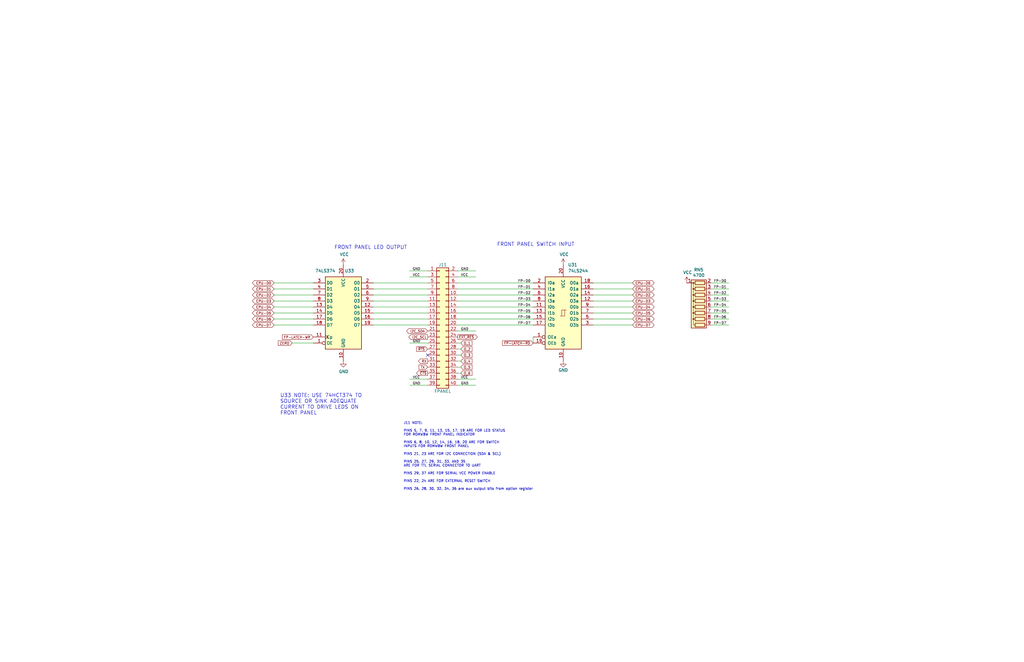
<source format=kicad_sch>
(kicad_sch (version 20211123) (generator eeschema)

  (uuid 2340b016-b90d-432d-884f-0e4647fe9b47)

  (paper "B")

  (title_block
    (title "Duodyne 65816 CPU board")
    (date "2024-06-22")
    (rev "V1.31")
  )

  (lib_symbols
    (symbol "74xx:74HCT374" (in_bom yes) (on_board yes)
      (property "Reference" "U" (id 0) (at -7.62 16.51 0)
        (effects (font (size 1.27 1.27)))
      )
      (property "Value" "74HCT374" (id 1) (at -7.62 -16.51 0)
        (effects (font (size 1.27 1.27)))
      )
      (property "Footprint" "" (id 2) (at 0 0 0)
        (effects (font (size 1.27 1.27)) hide)
      )
      (property "Datasheet" "https://www.ti.com/lit/ds/symlink/cd74hct374.pdf" (id 3) (at 0 0 0)
        (effects (font (size 1.27 1.27)) hide)
      )
      (property "ki_keywords" "HCTMOS DFF DFF8 REG 3State" (id 4) (at 0 0 0)
        (effects (font (size 1.27 1.27)) hide)
      )
      (property "ki_description" "8-bit Register, 3-state outputs" (id 5) (at 0 0 0)
        (effects (font (size 1.27 1.27)) hide)
      )
      (property "ki_fp_filters" "DIP?20* SOIC?20* SO?20*" (id 6) (at 0 0 0)
        (effects (font (size 1.27 1.27)) hide)
      )
      (symbol "74HCT374_1_0"
        (pin input inverted (at -12.7 -12.7 0) (length 5.08)
          (name "OE" (effects (font (size 1.27 1.27))))
          (number "1" (effects (font (size 1.27 1.27))))
        )
        (pin power_in line (at 0 -20.32 90) (length 5.08)
          (name "GND" (effects (font (size 1.27 1.27))))
          (number "10" (effects (font (size 1.27 1.27))))
        )
        (pin input clock (at -12.7 -10.16 0) (length 5.08)
          (name "Cp" (effects (font (size 1.27 1.27))))
          (number "11" (effects (font (size 1.27 1.27))))
        )
        (pin tri_state line (at 12.7 2.54 180) (length 5.08)
          (name "O4" (effects (font (size 1.27 1.27))))
          (number "12" (effects (font (size 1.27 1.27))))
        )
        (pin input line (at -12.7 2.54 0) (length 5.08)
          (name "D4" (effects (font (size 1.27 1.27))))
          (number "13" (effects (font (size 1.27 1.27))))
        )
        (pin input line (at -12.7 0 0) (length 5.08)
          (name "D5" (effects (font (size 1.27 1.27))))
          (number "14" (effects (font (size 1.27 1.27))))
        )
        (pin tri_state line (at 12.7 0 180) (length 5.08)
          (name "O5" (effects (font (size 1.27 1.27))))
          (number "15" (effects (font (size 1.27 1.27))))
        )
        (pin tri_state line (at 12.7 -2.54 180) (length 5.08)
          (name "O6" (effects (font (size 1.27 1.27))))
          (number "16" (effects (font (size 1.27 1.27))))
        )
        (pin input line (at -12.7 -2.54 0) (length 5.08)
          (name "D6" (effects (font (size 1.27 1.27))))
          (number "17" (effects (font (size 1.27 1.27))))
        )
        (pin input line (at -12.7 -5.08 0) (length 5.08)
          (name "D7" (effects (font (size 1.27 1.27))))
          (number "18" (effects (font (size 1.27 1.27))))
        )
        (pin tri_state line (at 12.7 -5.08 180) (length 5.08)
          (name "O7" (effects (font (size 1.27 1.27))))
          (number "19" (effects (font (size 1.27 1.27))))
        )
        (pin tri_state line (at 12.7 12.7 180) (length 5.08)
          (name "O0" (effects (font (size 1.27 1.27))))
          (number "2" (effects (font (size 1.27 1.27))))
        )
        (pin power_in line (at 0 20.32 270) (length 5.08)
          (name "VCC" (effects (font (size 1.27 1.27))))
          (number "20" (effects (font (size 1.27 1.27))))
        )
        (pin input line (at -12.7 12.7 0) (length 5.08)
          (name "D0" (effects (font (size 1.27 1.27))))
          (number "3" (effects (font (size 1.27 1.27))))
        )
        (pin input line (at -12.7 10.16 0) (length 5.08)
          (name "D1" (effects (font (size 1.27 1.27))))
          (number "4" (effects (font (size 1.27 1.27))))
        )
        (pin tri_state line (at 12.7 10.16 180) (length 5.08)
          (name "O1" (effects (font (size 1.27 1.27))))
          (number "5" (effects (font (size 1.27 1.27))))
        )
        (pin tri_state line (at 12.7 7.62 180) (length 5.08)
          (name "O2" (effects (font (size 1.27 1.27))))
          (number "6" (effects (font (size 1.27 1.27))))
        )
        (pin input line (at -12.7 7.62 0) (length 5.08)
          (name "D2" (effects (font (size 1.27 1.27))))
          (number "7" (effects (font (size 1.27 1.27))))
        )
        (pin input line (at -12.7 5.08 0) (length 5.08)
          (name "D3" (effects (font (size 1.27 1.27))))
          (number "8" (effects (font (size 1.27 1.27))))
        )
        (pin tri_state line (at 12.7 5.08 180) (length 5.08)
          (name "O3" (effects (font (size 1.27 1.27))))
          (number "9" (effects (font (size 1.27 1.27))))
        )
      )
      (symbol "74HCT374_1_1"
        (rectangle (start -7.62 15.24) (end 7.62 -15.24)
          (stroke (width 0.254) (type default) (color 0 0 0 0))
          (fill (type background))
        )
      )
    )
    (symbol "74xx:74LS244" (pin_names (offset 1.016)) (in_bom yes) (on_board yes)
      (property "Reference" "U" (id 0) (at -7.62 16.51 0)
        (effects (font (size 1.27 1.27)))
      )
      (property "Value" "74LS244" (id 1) (at -7.62 -16.51 0)
        (effects (font (size 1.27 1.27)))
      )
      (property "Footprint" "" (id 2) (at 0 0 0)
        (effects (font (size 1.27 1.27)) hide)
      )
      (property "Datasheet" "http://www.ti.com/lit/ds/symlink/sn74ls244.pdf" (id 3) (at 0 0 0)
        (effects (font (size 1.27 1.27)) hide)
      )
      (property "ki_keywords" "7400 logic ttl low power schottky" (id 4) (at 0 0 0)
        (effects (font (size 1.27 1.27)) hide)
      )
      (property "ki_description" "Octal Buffer and Line Driver With 3-State Output, active-low enables, non-inverting outputs" (id 5) (at 0 0 0)
        (effects (font (size 1.27 1.27)) hide)
      )
      (property "ki_fp_filters" "DIP?20*" (id 6) (at 0 0 0)
        (effects (font (size 1.27 1.27)) hide)
      )
      (symbol "74LS244_1_0"
        (polyline
          (pts
            (xy -0.635 -1.27)
            (xy -0.635 1.27)
            (xy 0.635 1.27)
          )
          (stroke (width 0) (type default) (color 0 0 0 0))
          (fill (type none))
        )
        (polyline
          (pts
            (xy -1.27 -1.27)
            (xy 0.635 -1.27)
            (xy 0.635 1.27)
            (xy 1.27 1.27)
          )
          (stroke (width 0) (type default) (color 0 0 0 0))
          (fill (type none))
        )
        (pin input inverted (at -12.7 -10.16 0) (length 5.08)
          (name "OEa" (effects (font (size 1.27 1.27))))
          (number "1" (effects (font (size 1.27 1.27))))
        )
        (pin power_in line (at 0 -20.32 90) (length 5.08)
          (name "GND" (effects (font (size 1.27 1.27))))
          (number "10" (effects (font (size 1.27 1.27))))
        )
        (pin input line (at -12.7 2.54 0) (length 5.08)
          (name "I0b" (effects (font (size 1.27 1.27))))
          (number "11" (effects (font (size 1.27 1.27))))
        )
        (pin tri_state line (at 12.7 5.08 180) (length 5.08)
          (name "O3a" (effects (font (size 1.27 1.27))))
          (number "12" (effects (font (size 1.27 1.27))))
        )
        (pin input line (at -12.7 0 0) (length 5.08)
          (name "I1b" (effects (font (size 1.27 1.27))))
          (number "13" (effects (font (size 1.27 1.27))))
        )
        (pin tri_state line (at 12.7 7.62 180) (length 5.08)
          (name "O2a" (effects (font (size 1.27 1.27))))
          (number "14" (effects (font (size 1.27 1.27))))
        )
        (pin input line (at -12.7 -2.54 0) (length 5.08)
          (name "I2b" (effects (font (size 1.27 1.27))))
          (number "15" (effects (font (size 1.27 1.27))))
        )
        (pin tri_state line (at 12.7 10.16 180) (length 5.08)
          (name "O1a" (effects (font (size 1.27 1.27))))
          (number "16" (effects (font (size 1.27 1.27))))
        )
        (pin input line (at -12.7 -5.08 0) (length 5.08)
          (name "I3b" (effects (font (size 1.27 1.27))))
          (number "17" (effects (font (size 1.27 1.27))))
        )
        (pin tri_state line (at 12.7 12.7 180) (length 5.08)
          (name "O0a" (effects (font (size 1.27 1.27))))
          (number "18" (effects (font (size 1.27 1.27))))
        )
        (pin input inverted (at -12.7 -12.7 0) (length 5.08)
          (name "OEb" (effects (font (size 1.27 1.27))))
          (number "19" (effects (font (size 1.27 1.27))))
        )
        (pin input line (at -12.7 12.7 0) (length 5.08)
          (name "I0a" (effects (font (size 1.27 1.27))))
          (number "2" (effects (font (size 1.27 1.27))))
        )
        (pin power_in line (at 0 20.32 270) (length 5.08)
          (name "VCC" (effects (font (size 1.27 1.27))))
          (number "20" (effects (font (size 1.27 1.27))))
        )
        (pin tri_state line (at 12.7 -5.08 180) (length 5.08)
          (name "O3b" (effects (font (size 1.27 1.27))))
          (number "3" (effects (font (size 1.27 1.27))))
        )
        (pin input line (at -12.7 10.16 0) (length 5.08)
          (name "I1a" (effects (font (size 1.27 1.27))))
          (number "4" (effects (font (size 1.27 1.27))))
        )
        (pin tri_state line (at 12.7 -2.54 180) (length 5.08)
          (name "O2b" (effects (font (size 1.27 1.27))))
          (number "5" (effects (font (size 1.27 1.27))))
        )
        (pin input line (at -12.7 7.62 0) (length 5.08)
          (name "I2a" (effects (font (size 1.27 1.27))))
          (number "6" (effects (font (size 1.27 1.27))))
        )
        (pin tri_state line (at 12.7 0 180) (length 5.08)
          (name "O1b" (effects (font (size 1.27 1.27))))
          (number "7" (effects (font (size 1.27 1.27))))
        )
        (pin input line (at -12.7 5.08 0) (length 5.08)
          (name "I3a" (effects (font (size 1.27 1.27))))
          (number "8" (effects (font (size 1.27 1.27))))
        )
        (pin tri_state line (at 12.7 2.54 180) (length 5.08)
          (name "O0b" (effects (font (size 1.27 1.27))))
          (number "9" (effects (font (size 1.27 1.27))))
        )
      )
      (symbol "74LS244_1_1"
        (rectangle (start -7.62 15.24) (end 7.62 -15.24)
          (stroke (width 0.254) (type default) (color 0 0 0 0))
          (fill (type background))
        )
      )
    )
    (symbol "Connector_Generic:Conn_02x20_Odd_Even" (pin_names (offset 1.016) hide) (in_bom yes) (on_board yes)
      (property "Reference" "J" (id 0) (at 1.27 25.4 0)
        (effects (font (size 1.27 1.27)))
      )
      (property "Value" "Conn_02x20_Odd_Even" (id 1) (at 1.27 -27.94 0)
        (effects (font (size 1.27 1.27)))
      )
      (property "Footprint" "" (id 2) (at 0 0 0)
        (effects (font (size 1.27 1.27)) hide)
      )
      (property "Datasheet" "~" (id 3) (at 0 0 0)
        (effects (font (size 1.27 1.27)) hide)
      )
      (property "ki_keywords" "connector" (id 4) (at 0 0 0)
        (effects (font (size 1.27 1.27)) hide)
      )
      (property "ki_description" "Generic connector, double row, 02x20, odd/even pin numbering scheme (row 1 odd numbers, row 2 even numbers), script generated (kicad-library-utils/schlib/autogen/connector/)" (id 5) (at 0 0 0)
        (effects (font (size 1.27 1.27)) hide)
      )
      (property "ki_fp_filters" "Connector*:*_2x??_*" (id 6) (at 0 0 0)
        (effects (font (size 1.27 1.27)) hide)
      )
      (symbol "Conn_02x20_Odd_Even_1_1"
        (rectangle (start -1.27 -25.273) (end 0 -25.527)
          (stroke (width 0.1524) (type default) (color 0 0 0 0))
          (fill (type none))
        )
        (rectangle (start -1.27 -22.733) (end 0 -22.987)
          (stroke (width 0.1524) (type default) (color 0 0 0 0))
          (fill (type none))
        )
        (rectangle (start -1.27 -20.193) (end 0 -20.447)
          (stroke (width 0.1524) (type default) (color 0 0 0 0))
          (fill (type none))
        )
        (rectangle (start -1.27 -17.653) (end 0 -17.907)
          (stroke (width 0.1524) (type default) (color 0 0 0 0))
          (fill (type none))
        )
        (rectangle (start -1.27 -15.113) (end 0 -15.367)
          (stroke (width 0.1524) (type default) (color 0 0 0 0))
          (fill (type none))
        )
        (rectangle (start -1.27 -12.573) (end 0 -12.827)
          (stroke (width 0.1524) (type default) (color 0 0 0 0))
          (fill (type none))
        )
        (rectangle (start -1.27 -10.033) (end 0 -10.287)
          (stroke (width 0.1524) (type default) (color 0 0 0 0))
          (fill (type none))
        )
        (rectangle (start -1.27 -7.493) (end 0 -7.747)
          (stroke (width 0.1524) (type default) (color 0 0 0 0))
          (fill (type none))
        )
        (rectangle (start -1.27 -4.953) (end 0 -5.207)
          (stroke (width 0.1524) (type default) (color 0 0 0 0))
          (fill (type none))
        )
        (rectangle (start -1.27 -2.413) (end 0 -2.667)
          (stroke (width 0.1524) (type default) (color 0 0 0 0))
          (fill (type none))
        )
        (rectangle (start -1.27 0.127) (end 0 -0.127)
          (stroke (width 0.1524) (type default) (color 0 0 0 0))
          (fill (type none))
        )
        (rectangle (start -1.27 2.667) (end 0 2.413)
          (stroke (width 0.1524) (type default) (color 0 0 0 0))
          (fill (type none))
        )
        (rectangle (start -1.27 5.207) (end 0 4.953)
          (stroke (width 0.1524) (type default) (color 0 0 0 0))
          (fill (type none))
        )
        (rectangle (start -1.27 7.747) (end 0 7.493)
          (stroke (width 0.1524) (type default) (color 0 0 0 0))
          (fill (type none))
        )
        (rectangle (start -1.27 10.287) (end 0 10.033)
          (stroke (width 0.1524) (type default) (color 0 0 0 0))
          (fill (type none))
        )
        (rectangle (start -1.27 12.827) (end 0 12.573)
          (stroke (width 0.1524) (type default) (color 0 0 0 0))
          (fill (type none))
        )
        (rectangle (start -1.27 15.367) (end 0 15.113)
          (stroke (width 0.1524) (type default) (color 0 0 0 0))
          (fill (type none))
        )
        (rectangle (start -1.27 17.907) (end 0 17.653)
          (stroke (width 0.1524) (type default) (color 0 0 0 0))
          (fill (type none))
        )
        (rectangle (start -1.27 20.447) (end 0 20.193)
          (stroke (width 0.1524) (type default) (color 0 0 0 0))
          (fill (type none))
        )
        (rectangle (start -1.27 22.987) (end 0 22.733)
          (stroke (width 0.1524) (type default) (color 0 0 0 0))
          (fill (type none))
        )
        (rectangle (start -1.27 24.13) (end 3.81 -26.67)
          (stroke (width 0.254) (type default) (color 0 0 0 0))
          (fill (type background))
        )
        (rectangle (start 3.81 -25.273) (end 2.54 -25.527)
          (stroke (width 0.1524) (type default) (color 0 0 0 0))
          (fill (type none))
        )
        (rectangle (start 3.81 -22.733) (end 2.54 -22.987)
          (stroke (width 0.1524) (type default) (color 0 0 0 0))
          (fill (type none))
        )
        (rectangle (start 3.81 -20.193) (end 2.54 -20.447)
          (stroke (width 0.1524) (type default) (color 0 0 0 0))
          (fill (type none))
        )
        (rectangle (start 3.81 -17.653) (end 2.54 -17.907)
          (stroke (width 0.1524) (type default) (color 0 0 0 0))
          (fill (type none))
        )
        (rectangle (start 3.81 -15.113) (end 2.54 -15.367)
          (stroke (width 0.1524) (type default) (color 0 0 0 0))
          (fill (type none))
        )
        (rectangle (start 3.81 -12.573) (end 2.54 -12.827)
          (stroke (width 0.1524) (type default) (color 0 0 0 0))
          (fill (type none))
        )
        (rectangle (start 3.81 -10.033) (end 2.54 -10.287)
          (stroke (width 0.1524) (type default) (color 0 0 0 0))
          (fill (type none))
        )
        (rectangle (start 3.81 -7.493) (end 2.54 -7.747)
          (stroke (width 0.1524) (type default) (color 0 0 0 0))
          (fill (type none))
        )
        (rectangle (start 3.81 -4.953) (end 2.54 -5.207)
          (stroke (width 0.1524) (type default) (color 0 0 0 0))
          (fill (type none))
        )
        (rectangle (start 3.81 -2.413) (end 2.54 -2.667)
          (stroke (width 0.1524) (type default) (color 0 0 0 0))
          (fill (type none))
        )
        (rectangle (start 3.81 0.127) (end 2.54 -0.127)
          (stroke (width 0.1524) (type default) (color 0 0 0 0))
          (fill (type none))
        )
        (rectangle (start 3.81 2.667) (end 2.54 2.413)
          (stroke (width 0.1524) (type default) (color 0 0 0 0))
          (fill (type none))
        )
        (rectangle (start 3.81 5.207) (end 2.54 4.953)
          (stroke (width 0.1524) (type default) (color 0 0 0 0))
          (fill (type none))
        )
        (rectangle (start 3.81 7.747) (end 2.54 7.493)
          (stroke (width 0.1524) (type default) (color 0 0 0 0))
          (fill (type none))
        )
        (rectangle (start 3.81 10.287) (end 2.54 10.033)
          (stroke (width 0.1524) (type default) (color 0 0 0 0))
          (fill (type none))
        )
        (rectangle (start 3.81 12.827) (end 2.54 12.573)
          (stroke (width 0.1524) (type default) (color 0 0 0 0))
          (fill (type none))
        )
        (rectangle (start 3.81 15.367) (end 2.54 15.113)
          (stroke (width 0.1524) (type default) (color 0 0 0 0))
          (fill (type none))
        )
        (rectangle (start 3.81 17.907) (end 2.54 17.653)
          (stroke (width 0.1524) (type default) (color 0 0 0 0))
          (fill (type none))
        )
        (rectangle (start 3.81 20.447) (end 2.54 20.193)
          (stroke (width 0.1524) (type default) (color 0 0 0 0))
          (fill (type none))
        )
        (rectangle (start 3.81 22.987) (end 2.54 22.733)
          (stroke (width 0.1524) (type default) (color 0 0 0 0))
          (fill (type none))
        )
        (pin passive line (at -5.08 22.86 0) (length 3.81)
          (name "Pin_1" (effects (font (size 1.27 1.27))))
          (number "1" (effects (font (size 1.27 1.27))))
        )
        (pin passive line (at 7.62 12.7 180) (length 3.81)
          (name "Pin_10" (effects (font (size 1.27 1.27))))
          (number "10" (effects (font (size 1.27 1.27))))
        )
        (pin passive line (at -5.08 10.16 0) (length 3.81)
          (name "Pin_11" (effects (font (size 1.27 1.27))))
          (number "11" (effects (font (size 1.27 1.27))))
        )
        (pin passive line (at 7.62 10.16 180) (length 3.81)
          (name "Pin_12" (effects (font (size 1.27 1.27))))
          (number "12" (effects (font (size 1.27 1.27))))
        )
        (pin passive line (at -5.08 7.62 0) (length 3.81)
          (name "Pin_13" (effects (font (size 1.27 1.27))))
          (number "13" (effects (font (size 1.27 1.27))))
        )
        (pin passive line (at 7.62 7.62 180) (length 3.81)
          (name "Pin_14" (effects (font (size 1.27 1.27))))
          (number "14" (effects (font (size 1.27 1.27))))
        )
        (pin passive line (at -5.08 5.08 0) (length 3.81)
          (name "Pin_15" (effects (font (size 1.27 1.27))))
          (number "15" (effects (font (size 1.27 1.27))))
        )
        (pin passive line (at 7.62 5.08 180) (length 3.81)
          (name "Pin_16" (effects (font (size 1.27 1.27))))
          (number "16" (effects (font (size 1.27 1.27))))
        )
        (pin passive line (at -5.08 2.54 0) (length 3.81)
          (name "Pin_17" (effects (font (size 1.27 1.27))))
          (number "17" (effects (font (size 1.27 1.27))))
        )
        (pin passive line (at 7.62 2.54 180) (length 3.81)
          (name "Pin_18" (effects (font (size 1.27 1.27))))
          (number "18" (effects (font (size 1.27 1.27))))
        )
        (pin passive line (at -5.08 0 0) (length 3.81)
          (name "Pin_19" (effects (font (size 1.27 1.27))))
          (number "19" (effects (font (size 1.27 1.27))))
        )
        (pin passive line (at 7.62 22.86 180) (length 3.81)
          (name "Pin_2" (effects (font (size 1.27 1.27))))
          (number "2" (effects (font (size 1.27 1.27))))
        )
        (pin passive line (at 7.62 0 180) (length 3.81)
          (name "Pin_20" (effects (font (size 1.27 1.27))))
          (number "20" (effects (font (size 1.27 1.27))))
        )
        (pin passive line (at -5.08 -2.54 0) (length 3.81)
          (name "Pin_21" (effects (font (size 1.27 1.27))))
          (number "21" (effects (font (size 1.27 1.27))))
        )
        (pin passive line (at 7.62 -2.54 180) (length 3.81)
          (name "Pin_22" (effects (font (size 1.27 1.27))))
          (number "22" (effects (font (size 1.27 1.27))))
        )
        (pin passive line (at -5.08 -5.08 0) (length 3.81)
          (name "Pin_23" (effects (font (size 1.27 1.27))))
          (number "23" (effects (font (size 1.27 1.27))))
        )
        (pin passive line (at 7.62 -5.08 180) (length 3.81)
          (name "Pin_24" (effects (font (size 1.27 1.27))))
          (number "24" (effects (font (size 1.27 1.27))))
        )
        (pin passive line (at -5.08 -7.62 0) (length 3.81)
          (name "Pin_25" (effects (font (size 1.27 1.27))))
          (number "25" (effects (font (size 1.27 1.27))))
        )
        (pin passive line (at 7.62 -7.62 180) (length 3.81)
          (name "Pin_26" (effects (font (size 1.27 1.27))))
          (number "26" (effects (font (size 1.27 1.27))))
        )
        (pin passive line (at -5.08 -10.16 0) (length 3.81)
          (name "Pin_27" (effects (font (size 1.27 1.27))))
          (number "27" (effects (font (size 1.27 1.27))))
        )
        (pin passive line (at 7.62 -10.16 180) (length 3.81)
          (name "Pin_28" (effects (font (size 1.27 1.27))))
          (number "28" (effects (font (size 1.27 1.27))))
        )
        (pin passive line (at -5.08 -12.7 0) (length 3.81)
          (name "Pin_29" (effects (font (size 1.27 1.27))))
          (number "29" (effects (font (size 1.27 1.27))))
        )
        (pin passive line (at -5.08 20.32 0) (length 3.81)
          (name "Pin_3" (effects (font (size 1.27 1.27))))
          (number "3" (effects (font (size 1.27 1.27))))
        )
        (pin passive line (at 7.62 -12.7 180) (length 3.81)
          (name "Pin_30" (effects (font (size 1.27 1.27))))
          (number "30" (effects (font (size 1.27 1.27))))
        )
        (pin passive line (at -5.08 -15.24 0) (length 3.81)
          (name "Pin_31" (effects (font (size 1.27 1.27))))
          (number "31" (effects (font (size 1.27 1.27))))
        )
        (pin passive line (at 7.62 -15.24 180) (length 3.81)
          (name "Pin_32" (effects (font (size 1.27 1.27))))
          (number "32" (effects (font (size 1.27 1.27))))
        )
        (pin passive line (at -5.08 -17.78 0) (length 3.81)
          (name "Pin_33" (effects (font (size 1.27 1.27))))
          (number "33" (effects (font (size 1.27 1.27))))
        )
        (pin passive line (at 7.62 -17.78 180) (length 3.81)
          (name "Pin_34" (effects (font (size 1.27 1.27))))
          (number "34" (effects (font (size 1.27 1.27))))
        )
        (pin passive line (at -5.08 -20.32 0) (length 3.81)
          (name "Pin_35" (effects (font (size 1.27 1.27))))
          (number "35" (effects (font (size 1.27 1.27))))
        )
        (pin passive line (at 7.62 -20.32 180) (length 3.81)
          (name "Pin_36" (effects (font (size 1.27 1.27))))
          (number "36" (effects (font (size 1.27 1.27))))
        )
        (pin passive line (at -5.08 -22.86 0) (length 3.81)
          (name "Pin_37" (effects (font (size 1.27 1.27))))
          (number "37" (effects (font (size 1.27 1.27))))
        )
        (pin passive line (at 7.62 -22.86 180) (length 3.81)
          (name "Pin_38" (effects (font (size 1.27 1.27))))
          (number "38" (effects (font (size 1.27 1.27))))
        )
        (pin passive line (at -5.08 -25.4 0) (length 3.81)
          (name "Pin_39" (effects (font (size 1.27 1.27))))
          (number "39" (effects (font (size 1.27 1.27))))
        )
        (pin passive line (at 7.62 20.32 180) (length 3.81)
          (name "Pin_4" (effects (font (size 1.27 1.27))))
          (number "4" (effects (font (size 1.27 1.27))))
        )
        (pin passive line (at 7.62 -25.4 180) (length 3.81)
          (name "Pin_40" (effects (font (size 1.27 1.27))))
          (number "40" (effects (font (size 1.27 1.27))))
        )
        (pin passive line (at -5.08 17.78 0) (length 3.81)
          (name "Pin_5" (effects (font (size 1.27 1.27))))
          (number "5" (effects (font (size 1.27 1.27))))
        )
        (pin passive line (at 7.62 17.78 180) (length 3.81)
          (name "Pin_6" (effects (font (size 1.27 1.27))))
          (number "6" (effects (font (size 1.27 1.27))))
        )
        (pin passive line (at -5.08 15.24 0) (length 3.81)
          (name "Pin_7" (effects (font (size 1.27 1.27))))
          (number "7" (effects (font (size 1.27 1.27))))
        )
        (pin passive line (at 7.62 15.24 180) (length 3.81)
          (name "Pin_8" (effects (font (size 1.27 1.27))))
          (number "8" (effects (font (size 1.27 1.27))))
        )
        (pin passive line (at -5.08 12.7 0) (length 3.81)
          (name "Pin_9" (effects (font (size 1.27 1.27))))
          (number "9" (effects (font (size 1.27 1.27))))
        )
      )
    )
    (symbol "Device:R_Network08" (pin_names (offset 0) hide) (in_bom yes) (on_board yes)
      (property "Reference" "RN" (id 0) (at -12.7 0 90)
        (effects (font (size 1.27 1.27)))
      )
      (property "Value" "R_Network08" (id 1) (at 10.16 0 90)
        (effects (font (size 1.27 1.27)))
      )
      (property "Footprint" "Resistor_THT:R_Array_SIP9" (id 2) (at 12.065 0 90)
        (effects (font (size 1.27 1.27)) hide)
      )
      (property "Datasheet" "http://www.vishay.com/docs/31509/csc.pdf" (id 3) (at 0 0 0)
        (effects (font (size 1.27 1.27)) hide)
      )
      (property "ki_keywords" "R network star-topology" (id 4) (at 0 0 0)
        (effects (font (size 1.27 1.27)) hide)
      )
      (property "ki_description" "8 resistor network, star topology, bussed resistors, small symbol" (id 5) (at 0 0 0)
        (effects (font (size 1.27 1.27)) hide)
      )
      (property "ki_fp_filters" "R?Array?SIP*" (id 6) (at 0 0 0)
        (effects (font (size 1.27 1.27)) hide)
      )
      (symbol "R_Network08_0_1"
        (rectangle (start -11.43 -3.175) (end 8.89 3.175)
          (stroke (width 0.254) (type default) (color 0 0 0 0))
          (fill (type background))
        )
        (rectangle (start -10.922 1.524) (end -9.398 -2.54)
          (stroke (width 0.254) (type default) (color 0 0 0 0))
          (fill (type none))
        )
        (circle (center -10.16 2.286) (radius 0.254)
          (stroke (width 0) (type default) (color 0 0 0 0))
          (fill (type outline))
        )
        (rectangle (start -8.382 1.524) (end -6.858 -2.54)
          (stroke (width 0.254) (type default) (color 0 0 0 0))
          (fill (type none))
        )
        (circle (center -7.62 2.286) (radius 0.254)
          (stroke (width 0) (type default) (color 0 0 0 0))
          (fill (type outline))
        )
        (rectangle (start -5.842 1.524) (end -4.318 -2.54)
          (stroke (width 0.254) (type default) (color 0 0 0 0))
          (fill (type none))
        )
        (circle (center -5.08 2.286) (radius 0.254)
          (stroke (width 0) (type default) (color 0 0 0 0))
          (fill (type outline))
        )
        (rectangle (start -3.302 1.524) (end -1.778 -2.54)
          (stroke (width 0.254) (type default) (color 0 0 0 0))
          (fill (type none))
        )
        (circle (center -2.54 2.286) (radius 0.254)
          (stroke (width 0) (type default) (color 0 0 0 0))
          (fill (type outline))
        )
        (rectangle (start -0.762 1.524) (end 0.762 -2.54)
          (stroke (width 0.254) (type default) (color 0 0 0 0))
          (fill (type none))
        )
        (polyline
          (pts
            (xy -10.16 -2.54)
            (xy -10.16 -3.81)
          )
          (stroke (width 0) (type default) (color 0 0 0 0))
          (fill (type none))
        )
        (polyline
          (pts
            (xy -7.62 -2.54)
            (xy -7.62 -3.81)
          )
          (stroke (width 0) (type default) (color 0 0 0 0))
          (fill (type none))
        )
        (polyline
          (pts
            (xy -5.08 -2.54)
            (xy -5.08 -3.81)
          )
          (stroke (width 0) (type default) (color 0 0 0 0))
          (fill (type none))
        )
        (polyline
          (pts
            (xy -2.54 -2.54)
            (xy -2.54 -3.81)
          )
          (stroke (width 0) (type default) (color 0 0 0 0))
          (fill (type none))
        )
        (polyline
          (pts
            (xy 0 -2.54)
            (xy 0 -3.81)
          )
          (stroke (width 0) (type default) (color 0 0 0 0))
          (fill (type none))
        )
        (polyline
          (pts
            (xy 2.54 -2.54)
            (xy 2.54 -3.81)
          )
          (stroke (width 0) (type default) (color 0 0 0 0))
          (fill (type none))
        )
        (polyline
          (pts
            (xy 5.08 -2.54)
            (xy 5.08 -3.81)
          )
          (stroke (width 0) (type default) (color 0 0 0 0))
          (fill (type none))
        )
        (polyline
          (pts
            (xy 7.62 -2.54)
            (xy 7.62 -3.81)
          )
          (stroke (width 0) (type default) (color 0 0 0 0))
          (fill (type none))
        )
        (polyline
          (pts
            (xy -10.16 1.524)
            (xy -10.16 2.286)
            (xy -7.62 2.286)
            (xy -7.62 1.524)
          )
          (stroke (width 0) (type default) (color 0 0 0 0))
          (fill (type none))
        )
        (polyline
          (pts
            (xy -7.62 1.524)
            (xy -7.62 2.286)
            (xy -5.08 2.286)
            (xy -5.08 1.524)
          )
          (stroke (width 0) (type default) (color 0 0 0 0))
          (fill (type none))
        )
        (polyline
          (pts
            (xy -5.08 1.524)
            (xy -5.08 2.286)
            (xy -2.54 2.286)
            (xy -2.54 1.524)
          )
          (stroke (width 0) (type default) (color 0 0 0 0))
          (fill (type none))
        )
        (polyline
          (pts
            (xy -2.54 1.524)
            (xy -2.54 2.286)
            (xy 0 2.286)
            (xy 0 1.524)
          )
          (stroke (width 0) (type default) (color 0 0 0 0))
          (fill (type none))
        )
        (polyline
          (pts
            (xy 0 1.524)
            (xy 0 2.286)
            (xy 2.54 2.286)
            (xy 2.54 1.524)
          )
          (stroke (width 0) (type default) (color 0 0 0 0))
          (fill (type none))
        )
        (polyline
          (pts
            (xy 2.54 1.524)
            (xy 2.54 2.286)
            (xy 5.08 2.286)
            (xy 5.08 1.524)
          )
          (stroke (width 0) (type default) (color 0 0 0 0))
          (fill (type none))
        )
        (polyline
          (pts
            (xy 5.08 1.524)
            (xy 5.08 2.286)
            (xy 7.62 2.286)
            (xy 7.62 1.524)
          )
          (stroke (width 0) (type default) (color 0 0 0 0))
          (fill (type none))
        )
        (circle (center 0 2.286) (radius 0.254)
          (stroke (width 0) (type default) (color 0 0 0 0))
          (fill (type outline))
        )
        (rectangle (start 1.778 1.524) (end 3.302 -2.54)
          (stroke (width 0.254) (type default) (color 0 0 0 0))
          (fill (type none))
        )
        (circle (center 2.54 2.286) (radius 0.254)
          (stroke (width 0) (type default) (color 0 0 0 0))
          (fill (type outline))
        )
        (rectangle (start 4.318 1.524) (end 5.842 -2.54)
          (stroke (width 0.254) (type default) (color 0 0 0 0))
          (fill (type none))
        )
        (circle (center 5.08 2.286) (radius 0.254)
          (stroke (width 0) (type default) (color 0 0 0 0))
          (fill (type outline))
        )
        (rectangle (start 6.858 1.524) (end 8.382 -2.54)
          (stroke (width 0.254) (type default) (color 0 0 0 0))
          (fill (type none))
        )
      )
      (symbol "R_Network08_1_1"
        (pin passive line (at -10.16 5.08 270) (length 2.54)
          (name "common" (effects (font (size 1.27 1.27))))
          (number "1" (effects (font (size 1.27 1.27))))
        )
        (pin passive line (at -10.16 -5.08 90) (length 1.27)
          (name "R1" (effects (font (size 1.27 1.27))))
          (number "2" (effects (font (size 1.27 1.27))))
        )
        (pin passive line (at -7.62 -5.08 90) (length 1.27)
          (name "R2" (effects (font (size 1.27 1.27))))
          (number "3" (effects (font (size 1.27 1.27))))
        )
        (pin passive line (at -5.08 -5.08 90) (length 1.27)
          (name "R3" (effects (font (size 1.27 1.27))))
          (number "4" (effects (font (size 1.27 1.27))))
        )
        (pin passive line (at -2.54 -5.08 90) (length 1.27)
          (name "R4" (effects (font (size 1.27 1.27))))
          (number "5" (effects (font (size 1.27 1.27))))
        )
        (pin passive line (at 0 -5.08 90) (length 1.27)
          (name "R5" (effects (font (size 1.27 1.27))))
          (number "6" (effects (font (size 1.27 1.27))))
        )
        (pin passive line (at 2.54 -5.08 90) (length 1.27)
          (name "R6" (effects (font (size 1.27 1.27))))
          (number "7" (effects (font (size 1.27 1.27))))
        )
        (pin passive line (at 5.08 -5.08 90) (length 1.27)
          (name "R7" (effects (font (size 1.27 1.27))))
          (number "8" (effects (font (size 1.27 1.27))))
        )
        (pin passive line (at 7.62 -5.08 90) (length 1.27)
          (name "R8" (effects (font (size 1.27 1.27))))
          (number "9" (effects (font (size 1.27 1.27))))
        )
      )
    )
    (symbol "power:GND" (power) (pin_names (offset 0)) (in_bom yes) (on_board yes)
      (property "Reference" "#PWR" (id 0) (at 0 -6.35 0)
        (effects (font (size 1.27 1.27)) hide)
      )
      (property "Value" "GND" (id 1) (at 0 -3.81 0)
        (effects (font (size 1.27 1.27)))
      )
      (property "Footprint" "" (id 2) (at 0 0 0)
        (effects (font (size 1.27 1.27)) hide)
      )
      (property "Datasheet" "" (id 3) (at 0 0 0)
        (effects (font (size 1.27 1.27)) hide)
      )
      (property "ki_keywords" "global power" (id 4) (at 0 0 0)
        (effects (font (size 1.27 1.27)) hide)
      )
      (property "ki_description" "Power symbol creates a global label with name \"GND\" , ground" (id 5) (at 0 0 0)
        (effects (font (size 1.27 1.27)) hide)
      )
      (symbol "GND_0_1"
        (polyline
          (pts
            (xy 0 0)
            (xy 0 -1.27)
            (xy 1.27 -1.27)
            (xy 0 -2.54)
            (xy -1.27 -1.27)
            (xy 0 -1.27)
          )
          (stroke (width 0) (type default) (color 0 0 0 0))
          (fill (type none))
        )
      )
      (symbol "GND_1_1"
        (pin power_in line (at 0 0 270) (length 0) hide
          (name "GND" (effects (font (size 1.27 1.27))))
          (number "1" (effects (font (size 1.27 1.27))))
        )
      )
    )
    (symbol "power:VCC" (power) (pin_names (offset 0)) (in_bom yes) (on_board yes)
      (property "Reference" "#PWR" (id 0) (at 0 -3.81 0)
        (effects (font (size 1.27 1.27)) hide)
      )
      (property "Value" "VCC" (id 1) (at 0 3.81 0)
        (effects (font (size 1.27 1.27)))
      )
      (property "Footprint" "" (id 2) (at 0 0 0)
        (effects (font (size 1.27 1.27)) hide)
      )
      (property "Datasheet" "" (id 3) (at 0 0 0)
        (effects (font (size 1.27 1.27)) hide)
      )
      (property "ki_keywords" "global power" (id 4) (at 0 0 0)
        (effects (font (size 1.27 1.27)) hide)
      )
      (property "ki_description" "Power symbol creates a global label with name \"VCC\"" (id 5) (at 0 0 0)
        (effects (font (size 1.27 1.27)) hide)
      )
      (symbol "VCC_0_1"
        (polyline
          (pts
            (xy -0.762 1.27)
            (xy 0 2.54)
          )
          (stroke (width 0) (type default) (color 0 0 0 0))
          (fill (type none))
        )
        (polyline
          (pts
            (xy 0 0)
            (xy 0 2.54)
          )
          (stroke (width 0) (type default) (color 0 0 0 0))
          (fill (type none))
        )
        (polyline
          (pts
            (xy 0 2.54)
            (xy 0.762 1.27)
          )
          (stroke (width 0) (type default) (color 0 0 0 0))
          (fill (type none))
        )
      )
      (symbol "VCC_1_1"
        (pin power_in line (at 0 0 90) (length 0) hide
          (name "VCC" (effects (font (size 1.27 1.27))))
          (number "1" (effects (font (size 1.27 1.27))))
        )
      )
    )
  )


  (no_connect (at 180.34 149.86) (uuid 2d26394f-250d-4888-98e8-7e809d989e69))

  (wire (pts (xy 193.04 114.3) (xy 200.66 114.3))
    (stroke (width 0) (type default) (color 0 0 0 0))
    (uuid 00d5019e-dad5-438c-bb22-dc6eb57aead2)
  )
  (wire (pts (xy 115.57 127) (xy 132.08 127))
    (stroke (width 0) (type default) (color 0 0 0 0))
    (uuid 0190f522-686b-459e-92bd-09c57b9cbd93)
  )
  (wire (pts (xy 299.72 127) (xy 307.34 127))
    (stroke (width 0) (type default) (color 0 0 0 0))
    (uuid 027ef838-367d-479d-aa5b-59398e12def7)
  )
  (wire (pts (xy 299.72 129.54) (xy 307.34 129.54))
    (stroke (width 0) (type default) (color 0 0 0 0))
    (uuid 066126d0-78a4-4050-873d-8b2e2c8ca89b)
  )
  (wire (pts (xy 250.19 121.92) (xy 266.7 121.92))
    (stroke (width 0) (type default) (color 0 0 0 0))
    (uuid 0af714a7-c28b-4b28-9ae3-19ed7e503040)
  )
  (wire (pts (xy 193.04 121.92) (xy 224.79 121.92))
    (stroke (width 0) (type default) (color 0 0 0 0))
    (uuid 0d0282e6-d1dc-4beb-a644-bca4425abd40)
  )
  (wire (pts (xy 157.48 134.62) (xy 180.34 134.62))
    (stroke (width 0) (type default) (color 0 0 0 0))
    (uuid 0f45e4e1-08f0-421a-8bfe-37b29c6de6c9)
  )
  (wire (pts (xy 115.57 134.62) (xy 132.08 134.62))
    (stroke (width 0) (type default) (color 0 0 0 0))
    (uuid 1512ccb7-32ae-406a-b12a-b847cd59eaa2)
  )
  (wire (pts (xy 193.04 124.46) (xy 224.79 124.46))
    (stroke (width 0) (type default) (color 0 0 0 0))
    (uuid 16d725b1-5c33-46d3-9b29-8cf402afdb8d)
  )
  (wire (pts (xy 224.79 142.24) (xy 224.79 144.78))
    (stroke (width 0) (type default) (color 0 0 0 0))
    (uuid 25922ea1-f77b-420a-a8d6-e27c37e14614)
  )
  (wire (pts (xy 172.72 160.02) (xy 180.34 160.02))
    (stroke (width 0) (type default) (color 0 0 0 0))
    (uuid 25995916-0065-42cc-92c1-21882e1d6aad)
  )
  (wire (pts (xy 172.72 162.56) (xy 180.34 162.56))
    (stroke (width 0) (type default) (color 0 0 0 0))
    (uuid 270506b0-0761-4803-a9db-92d4eabb999e)
  )
  (wire (pts (xy 172.72 114.3) (xy 180.34 114.3))
    (stroke (width 0) (type default) (color 0 0 0 0))
    (uuid 29cdba36-d177-44b0-9e3d-96ecc1d7f050)
  )
  (wire (pts (xy 193.04 119.38) (xy 224.79 119.38))
    (stroke (width 0) (type default) (color 0 0 0 0))
    (uuid 2fbcb071-663f-43a0-b237-df851233cff0)
  )
  (wire (pts (xy 193.04 154.94) (xy 194.31 154.94))
    (stroke (width 0) (type default) (color 0 0 0 0))
    (uuid 3309d2f4-048b-4658-a765-ec02121772b1)
  )
  (wire (pts (xy 193.04 160.02) (xy 200.66 160.02))
    (stroke (width 0) (type default) (color 0 0 0 0))
    (uuid 35fc9345-531c-4712-a784-e1d4f043afe8)
  )
  (wire (pts (xy 250.19 124.46) (xy 266.7 124.46))
    (stroke (width 0) (type default) (color 0 0 0 0))
    (uuid 41cf4a52-64a7-4fc1-bb0b-db7e8c0d116d)
  )
  (wire (pts (xy 115.57 129.54) (xy 132.08 129.54))
    (stroke (width 0) (type default) (color 0 0 0 0))
    (uuid 4219d084-5b28-4699-b4ee-568e7d81b6e7)
  )
  (wire (pts (xy 250.19 129.54) (xy 266.7 129.54))
    (stroke (width 0) (type default) (color 0 0 0 0))
    (uuid 4826ffbd-0005-4330-869e-6a169d2643c8)
  )
  (wire (pts (xy 172.72 144.78) (xy 180.34 144.78))
    (stroke (width 0) (type default) (color 0 0 0 0))
    (uuid 4d8265f0-54c5-4f83-a005-d547f7d54087)
  )
  (wire (pts (xy 193.04 116.84) (xy 200.66 116.84))
    (stroke (width 0) (type default) (color 0 0 0 0))
    (uuid 4eb56db1-0d96-451e-96cc-1271dfcb2862)
  )
  (wire (pts (xy 172.72 116.84) (xy 180.34 116.84))
    (stroke (width 0) (type default) (color 0 0 0 0))
    (uuid 516a8c44-f0b5-4ec9-86e3-0eb0111d8944)
  )
  (wire (pts (xy 193.04 129.54) (xy 224.79 129.54))
    (stroke (width 0) (type default) (color 0 0 0 0))
    (uuid 51aab73e-b386-4bfd-a80a-cc39628b7afe)
  )
  (wire (pts (xy 299.72 132.08) (xy 307.34 132.08))
    (stroke (width 0) (type default) (color 0 0 0 0))
    (uuid 54ea0198-81fc-4b89-9e97-3198c97e5c4c)
  )
  (wire (pts (xy 193.04 132.08) (xy 224.79 132.08))
    (stroke (width 0) (type default) (color 0 0 0 0))
    (uuid 54ea13fe-362f-4e00-99be-f263d30a1f58)
  )
  (wire (pts (xy 115.57 124.46) (xy 132.08 124.46))
    (stroke (width 0) (type default) (color 0 0 0 0))
    (uuid 5663125d-1cfb-434a-bd29-79fbc12f644b)
  )
  (wire (pts (xy 157.48 137.16) (xy 180.34 137.16))
    (stroke (width 0) (type default) (color 0 0 0 0))
    (uuid 5b5dfd9b-0921-40d8-b309-431876db89f6)
  )
  (wire (pts (xy 299.72 134.62) (xy 307.34 134.62))
    (stroke (width 0) (type default) (color 0 0 0 0))
    (uuid 5eef0489-43ca-40e7-b7cc-35ce14f83279)
  )
  (wire (pts (xy 193.04 137.16) (xy 224.79 137.16))
    (stroke (width 0) (type default) (color 0 0 0 0))
    (uuid 68118f57-080b-433e-86fa-f22123926d6a)
  )
  (wire (pts (xy 157.48 124.46) (xy 180.34 124.46))
    (stroke (width 0) (type default) (color 0 0 0 0))
    (uuid 6eaa2135-ea16-4c3d-8cf4-4d0411a1fc39)
  )
  (wire (pts (xy 250.19 127) (xy 266.7 127))
    (stroke (width 0) (type default) (color 0 0 0 0))
    (uuid 72c0e8e0-03d7-48a3-ab4e-8329c756fdb7)
  )
  (wire (pts (xy 250.19 119.38) (xy 266.7 119.38))
    (stroke (width 0) (type default) (color 0 0 0 0))
    (uuid 7d1ea3fb-9eb7-4106-acce-cdf90779806e)
  )
  (wire (pts (xy 157.48 121.92) (xy 180.34 121.92))
    (stroke (width 0) (type default) (color 0 0 0 0))
    (uuid 838e3173-70dd-442f-a807-c4fc2d6ffd57)
  )
  (wire (pts (xy 157.48 129.54) (xy 180.34 129.54))
    (stroke (width 0) (type default) (color 0 0 0 0))
    (uuid 85dffa98-84eb-4e27-b7bf-20ac28163444)
  )
  (wire (pts (xy 299.72 137.16) (xy 307.34 137.16))
    (stroke (width 0) (type default) (color 0 0 0 0))
    (uuid 891ecf78-4180-411f-a535-2845b1a36e90)
  )
  (wire (pts (xy 115.57 119.38) (xy 132.08 119.38))
    (stroke (width 0) (type default) (color 0 0 0 0))
    (uuid 90fca627-dcab-4d23-9641-8c2aaabbfd69)
  )
  (wire (pts (xy 193.04 162.56) (xy 200.66 162.56))
    (stroke (width 0) (type default) (color 0 0 0 0))
    (uuid 92656fe1-604a-4841-acf6-b33987f829b9)
  )
  (wire (pts (xy 193.04 139.7) (xy 200.66 139.7))
    (stroke (width 0) (type default) (color 0 0 0 0))
    (uuid 92c44ce9-a483-4f68-91a3-6a2f217732ca)
  )
  (wire (pts (xy 115.57 132.08) (xy 132.08 132.08))
    (stroke (width 0) (type default) (color 0 0 0 0))
    (uuid 944126e7-c2e7-472c-931c-17fdf591c55b)
  )
  (wire (pts (xy 250.19 137.16) (xy 266.7 137.16))
    (stroke (width 0) (type default) (color 0 0 0 0))
    (uuid 958a28aa-9825-49b7-8c55-e09e896fa0bb)
  )
  (wire (pts (xy 115.57 137.16) (xy 132.08 137.16))
    (stroke (width 0) (type default) (color 0 0 0 0))
    (uuid a072e497-c901-492a-8ff7-2f49c33626eb)
  )
  (wire (pts (xy 193.04 134.62) (xy 224.79 134.62))
    (stroke (width 0) (type default) (color 0 0 0 0))
    (uuid ae79ca9d-00bc-4e10-adea-ae7907b54da0)
  )
  (wire (pts (xy 193.04 147.32) (xy 194.31 147.32))
    (stroke (width 0) (type default) (color 0 0 0 0))
    (uuid af3f7734-8e92-4e1c-8b87-7c9fc0a53f04)
  )
  (wire (pts (xy 193.04 127) (xy 224.79 127))
    (stroke (width 0) (type default) (color 0 0 0 0))
    (uuid b46d8eaf-6372-4b97-b140-5e72c822ab47)
  )
  (wire (pts (xy 193.04 152.4) (xy 194.31 152.4))
    (stroke (width 0) (type default) (color 0 0 0 0))
    (uuid b6096045-d067-4a81-b9cc-806f43de44b8)
  )
  (wire (pts (xy 193.04 144.78) (xy 194.31 144.78))
    (stroke (width 0) (type default) (color 0 0 0 0))
    (uuid bd5dbfad-01d9-4d13-91d9-2e449f6ba96e)
  )
  (wire (pts (xy 299.72 119.38) (xy 307.34 119.38))
    (stroke (width 0) (type default) (color 0 0 0 0))
    (uuid c0835ef4-23b1-4c61-93d1-a401d339c925)
  )
  (wire (pts (xy 157.48 127) (xy 180.34 127))
    (stroke (width 0) (type default) (color 0 0 0 0))
    (uuid ca8684f1-43f6-447f-989a-b9ba0417d005)
  )
  (wire (pts (xy 299.72 121.92) (xy 307.34 121.92))
    (stroke (width 0) (type default) (color 0 0 0 0))
    (uuid d1a9432f-7961-4ec0-8f7e-c14b1f041684)
  )
  (wire (pts (xy 193.04 149.86) (xy 194.31 149.86))
    (stroke (width 0) (type default) (color 0 0 0 0))
    (uuid d34e94cd-333c-4d72-8c60-618c9125f008)
  )
  (wire (pts (xy 193.04 157.48) (xy 194.31 157.48))
    (stroke (width 0) (type default) (color 0 0 0 0))
    (uuid daf4a7d2-e947-440e-9195-5d2e5e11a41f)
  )
  (wire (pts (xy 157.48 119.38) (xy 180.34 119.38))
    (stroke (width 0) (type default) (color 0 0 0 0))
    (uuid e976bd26-76c4-4855-9c68-68c0cf051a40)
  )
  (wire (pts (xy 250.19 132.08) (xy 266.7 132.08))
    (stroke (width 0) (type default) (color 0 0 0 0))
    (uuid e9bf94ab-5649-4325-8901-3249f4467c02)
  )
  (wire (pts (xy 157.48 132.08) (xy 180.34 132.08))
    (stroke (width 0) (type default) (color 0 0 0 0))
    (uuid f094bb59-755e-4e21-9015-c0a04e51a31b)
  )
  (wire (pts (xy 299.72 124.46) (xy 307.34 124.46))
    (stroke (width 0) (type default) (color 0 0 0 0))
    (uuid f1d39bfa-61ce-4384-8e09-11334db53049)
  )
  (wire (pts (xy 115.57 121.92) (xy 132.08 121.92))
    (stroke (width 0) (type default) (color 0 0 0 0))
    (uuid f44398af-b975-4c9e-9df0-04431d70a9b2)
  )
  (wire (pts (xy 123.19 144.78) (xy 132.08 144.78))
    (stroke (width 0) (type default) (color 0 0 0 0))
    (uuid f73c6fca-4c6a-4d37-90d8-531a4d54e504)
  )
  (wire (pts (xy 250.19 134.62) (xy 266.7 134.62))
    (stroke (width 0) (type default) (color 0 0 0 0))
    (uuid fcb27c3f-60d3-4156-91be-542910d9f3ad)
  )

  (text "J11 NOTE: \n\nPINS 5, 7, 9, 11, 13, 15, 17, 19 ARE FOR LED STATUS\nFOR ROMWBW FRONT PANEL INDICATOR\n\nPINS 6, 8, 10, 12, 14, 16, 18, 20 ARE FOR SWITCH\nINPUTS FOR ROMWBW FRONT PANEL\n\nPINS 21, 23 ARE FOR I2C CONNECTION (SDA & SCL)\n\nPINS 25, 27, 29, 31, 33, AND 35\nARE FOR TTL SERIAL CONNECTOR TO UART\n\nPINS 29, 37 ARE FOR SERIAL VCC POWER ENABLE\n\nPINS 22, 24 ARE FOR EXTERNAL RESET SWITCH\n\nPINS 26, 28, 30, 32, 34, 36 are aux output bits from option register"
    (at 170.18 207.01 0)
    (effects (font (size 1.016 1.016)) (justify left bottom))
    (uuid 4159996a-ac97-46ed-86d6-46c2cbe767fc)
  )
  (text "U33 NOTE: USE 74HCT374 TO\nSOURCE OR SINK ADEQUATE\nCURRENT TO DRIVE LEDS ON\nFRONT PANEL"
    (at 118.11 175.26 0)
    (effects (font (size 1.524 1.524)) (justify left bottom))
    (uuid 7068bd14-5954-4fd3-a3e8-938a75e0640e)
  )
  (text "FRONT PANEL SWITCH INPUT" (at 209.55 104.14 0)
    (effects (font (size 1.524 1.524)) (justify left bottom))
    (uuid a1446f79-1bfc-478d-8c0b-4b70723a34b5)
  )
  (text "FRONT PANEL LED OUTPUT" (at 140.97 105.41 0)
    (effects (font (size 1.524 1.524)) (justify left bottom))
    (uuid fac9108c-88bc-449c-a39d-f3405a05b530)
  )

  (label "FP-D4" (at 300.99 129.54 0)
    (effects (font (size 1.016 1.016)) (justify left bottom))
    (uuid 0cf3a87b-6305-47e2-a51a-6810c59124d2)
  )
  (label "FP-D6" (at 218.44 134.62 0)
    (effects (font (size 1.016 1.016)) (justify left bottom))
    (uuid 20d6afec-2435-4c10-9e4a-2345fffdcb1b)
  )
  (label "GND" (at 194.31 139.7 0)
    (effects (font (size 1.016 1.016)) (justify left bottom))
    (uuid 2102942e-957b-4033-ad13-204cb9b29c16)
  )
  (label "GND" (at 194.31 114.3 0)
    (effects (font (size 1.016 1.016)) (justify left bottom))
    (uuid 2e13ffc9-4bdf-405c-842d-805d02fe234b)
  )
  (label "GND" (at 173.99 162.56 0)
    (effects (font (size 1.016 1.016)) (justify left bottom))
    (uuid 591158ff-7a8b-425b-a5f6-3c113fdc415b)
  )
  (label "VCC" (at 194.31 160.02 0)
    (effects (font (size 1.016 1.016)) (justify left bottom))
    (uuid 6cc4e907-fd8c-41cc-9732-992e16cd18ea)
  )
  (label "VCC" (at 173.99 160.02 0)
    (effects (font (size 1.016 1.016)) (justify left bottom))
    (uuid 77b0627f-a4bd-4090-a9af-5d9ab68a4836)
  )
  (label "FP-D0" (at 218.44 119.38 0)
    (effects (font (size 1.016 1.016)) (justify left bottom))
    (uuid 78d6b790-497c-4ac6-a3ff-14914474b572)
  )
  (label "FP-D1" (at 300.99 121.92 0)
    (effects (font (size 1.016 1.016)) (justify left bottom))
    (uuid 7ece53d3-7464-4042-b87f-4591e22b6ede)
  )
  (label "VCC" (at 194.31 116.84 0)
    (effects (font (size 1.016 1.016)) (justify left bottom))
    (uuid 80b6d99e-d53b-424e-b232-f2d1d89238c4)
  )
  (label "FP-D1" (at 218.44 121.92 0)
    (effects (font (size 1.016 1.016)) (justify left bottom))
    (uuid 8f9e8088-6114-432b-8ae7-d318c6f57dca)
  )
  (label "FP-D2" (at 218.44 124.46 0)
    (effects (font (size 1.016 1.016)) (justify left bottom))
    (uuid 9e05ba35-45af-46dd-b499-c7f7091d5c60)
  )
  (label "FP-D5" (at 218.44 132.08 0)
    (effects (font (size 1.016 1.016)) (justify left bottom))
    (uuid a24f6b80-2a03-441b-a9da-a4c84c16fb59)
  )
  (label "FP-D7" (at 300.99 137.16 0)
    (effects (font (size 1.016 1.016)) (justify left bottom))
    (uuid a2b63c4a-09c5-4d47-8c02-f760c0f19e09)
  )
  (label "GND" (at 194.31 162.56 0)
    (effects (font (size 1.016 1.016)) (justify left bottom))
    (uuid afeaf584-e159-467f-a679-e6c073eb877a)
  )
  (label "FP-D0" (at 300.99 119.38 0)
    (effects (font (size 1.016 1.016)) (justify left bottom))
    (uuid b5c5298a-daac-4f10-b39a-64c304bd9918)
  )
  (label "FP-D3" (at 218.44 127 0)
    (effects (font (size 1.016 1.016)) (justify left bottom))
    (uuid c2b27ea6-603c-4deb-a557-ada2f3971798)
  )
  (label "VCC" (at 173.99 116.84 0)
    (effects (font (size 1.016 1.016)) (justify left bottom))
    (uuid ce92d992-8c40-4a1f-b561-693926735f2c)
  )
  (label "FP-D4" (at 218.44 129.54 0)
    (effects (font (size 1.016 1.016)) (justify left bottom))
    (uuid d1ff3edd-77f7-4e43-bc63-9d2bdf15477b)
  )
  (label "FP-D3" (at 300.99 127 0)
    (effects (font (size 1.016 1.016)) (justify left bottom))
    (uuid d71414da-811a-40db-a704-692f81595862)
  )
  (label "FP-D5" (at 300.99 132.08 0)
    (effects (font (size 1.016 1.016)) (justify left bottom))
    (uuid e4b9e225-d733-4824-9ed0-fcfe4123536e)
  )
  (label "FP-D6" (at 300.99 134.62 0)
    (effects (font (size 1.016 1.016)) (justify left bottom))
    (uuid eda5c6f6-5c6e-4425-949d-2bffb1fe2ffe)
  )
  (label "FP-D2" (at 300.99 124.46 0)
    (effects (font (size 1.016 1.016)) (justify left bottom))
    (uuid ee116fb2-b290-4401-b313-4f8312cc481e)
  )
  (label "FP-D7" (at 218.44 137.16 0)
    (effects (font (size 1.016 1.016)) (justify left bottom))
    (uuid f5b1fbab-6515-4d59-a9fd-83d22b682c3f)
  )
  (label "GND" (at 173.99 144.78 0)
    (effects (font (size 1.016 1.016)) (justify left bottom))
    (uuid f8770e3a-6472-4c3b-ae70-d5be688f130c)
  )
  (label "GND" (at 173.99 114.3 0)
    (effects (font (size 1.016 1.016)) (justify left bottom))
    (uuid fa3a749e-553a-4fa8-9fe7-654966cbe7e8)
  )

  (global_label "O_1" (shape input) (at 194.31 144.78 0) (fields_autoplaced)
    (effects (font (size 1.016 1.016)) (justify left))
    (uuid 0174666d-fc6b-407e-873a-7b0551e4741c)
    (property "Intersheet References" "${INTERSHEET_REFS}" (id 0) (at 198.9754 144.7165 0)
      (effects (font (size 1.016 1.016)) (justify left) hide)
    )
  )
  (global_label "CPU-D5" (shape bidirectional) (at 266.7 132.08 0) (fields_autoplaced)
    (effects (font (size 1.016 1.016)) (justify left))
    (uuid 07f354ee-ee10-43f8-ae25-6d33efcb314d)
    (property "Intersheet References" "${INTERSHEET_REFS}" (id 0) (at 6.35 -1.27 0)
      (effects (font (size 1.27 1.27)) hide)
    )
  )
  (global_label "CPU-D6" (shape bidirectional) (at 115.57 134.62 180) (fields_autoplaced)
    (effects (font (size 1.016 1.016)) (justify right))
    (uuid 0832c523-ebc1-420d-9de6-92c075699ef4)
    (property "Intersheet References" "${INTERSHEET_REFS}" (id 0) (at -6.35 -1.27 0)
      (effects (font (size 1.27 1.27)) hide)
    )
  )
  (global_label "CPU-D7" (shape bidirectional) (at 115.57 137.16 180) (fields_autoplaced)
    (effects (font (size 1.016 1.016)) (justify right))
    (uuid 0ecf0aec-99e4-42ea-bdd8-da066b352f04)
    (property "Intersheet References" "${INTERSHEET_REFS}" (id 0) (at -6.35 -1.27 0)
      (effects (font (size 1.27 1.27)) hide)
    )
  )
  (global_label "~{EXT_RES}" (shape output) (at 193.04 142.24 0) (fields_autoplaced)
    (effects (font (size 1.016 1.016)) (justify left))
    (uuid 0fc0b1b4-6283-450f-b742-0ec86f3a8ed4)
    (property "Intersheet References" "${INTERSHEET_REFS}" (id 0) (at 201.2372 142.1765 0)
      (effects (font (size 1.016 1.016)) (justify left) hide)
    )
  )
  (global_label "TX" (shape input) (at 180.34 154.94 180) (fields_autoplaced)
    (effects (font (size 1.016 1.016)) (justify right))
    (uuid 1b2aed94-d51a-4430-aca9-3d57759998c3)
    (property "Intersheet References" "${INTERSHEET_REFS}" (id 0) (at 176.739 154.8765 0)
      (effects (font (size 1.016 1.016)) (justify right) hide)
    )
  )
  (global_label "I2C_SDA" (shape bidirectional) (at 180.34 139.7 180) (fields_autoplaced)
    (effects (font (size 1.016 1.016)) (justify right))
    (uuid 2c61e202-ce74-4d1a-845b-1fb01be2818b)
    (property "Intersheet References" "${INTERSHEET_REFS}" (id 0) (at 172.3847 139.6365 0)
      (effects (font (size 1.016 1.016)) (justify right) hide)
    )
  )
  (global_label "CPU-D0" (shape bidirectional) (at 115.57 119.38 180) (fields_autoplaced)
    (effects (font (size 1.016 1.016)) (justify right))
    (uuid 2da49b88-d48f-4545-9394-a72e420b8cf7)
    (property "Intersheet References" "${INTERSHEET_REFS}" (id 0) (at -6.35 -1.27 0)
      (effects (font (size 1.27 1.27)) hide)
    )
  )
  (global_label "CPU-D3" (shape bidirectional) (at 115.57 127 180) (fields_autoplaced)
    (effects (font (size 1.016 1.016)) (justify right))
    (uuid 2e03705b-31d1-42ca-a792-2dc53a925433)
    (property "Intersheet References" "${INTERSHEET_REFS}" (id 0) (at -6.35 -1.27 0)
      (effects (font (size 1.27 1.27)) hide)
    )
  )
  (global_label "RX" (shape output) (at 180.34 152.4 180) (fields_autoplaced)
    (effects (font (size 1.016 1.016)) (justify right))
    (uuid 34ee5310-4523-4070-ba59-f05f49fdb59a)
    (property "Intersheet References" "${INTERSHEET_REFS}" (id 0) (at 176.4971 152.3365 0)
      (effects (font (size 1.016 1.016)) (justify right) hide)
    )
  )
  (global_label "O_2" (shape input) (at 194.31 147.32 0) (fields_autoplaced)
    (effects (font (size 1.016 1.016)) (justify left))
    (uuid 4300beb1-2672-4979-8d36-1c8d1e301a93)
    (property "Intersheet References" "${INTERSHEET_REFS}" (id 0) (at 198.9754 147.2565 0)
      (effects (font (size 1.016 1.016)) (justify left) hide)
    )
  )
  (global_label "FP-LATCH-WR" (shape input) (at 132.08 142.24 180) (fields_autoplaced)
    (effects (font (size 1.016 1.016)) (justify right))
    (uuid 444088a7-36cd-4040-8dfc-bd863ab902aa)
    (property "Intersheet References" "${INTERSHEET_REFS}" (id 0) (at 119.0931 142.1765 0)
      (effects (font (size 1.016 1.016)) (justify right) hide)
    )
  )
  (global_label "CPU-D0" (shape bidirectional) (at 266.7 119.38 0) (fields_autoplaced)
    (effects (font (size 1.016 1.016)) (justify left))
    (uuid 5738e6f4-4199-4c5e-8928-f146d010ea0e)
    (property "Intersheet References" "${INTERSHEET_REFS}" (id 0) (at 6.35 -1.27 0)
      (effects (font (size 1.27 1.27)) hide)
    )
  )
  (global_label "CPU-D4" (shape bidirectional) (at 115.57 129.54 180) (fields_autoplaced)
    (effects (font (size 1.016 1.016)) (justify right))
    (uuid 62b0f1d9-b642-48ad-ac9b-6ddb165645ca)
    (property "Intersheet References" "${INTERSHEET_REFS}" (id 0) (at -6.35 -1.27 0)
      (effects (font (size 1.27 1.27)) hide)
    )
  )
  (global_label "CPU-D1" (shape bidirectional) (at 266.7 121.92 0) (fields_autoplaced)
    (effects (font (size 1.016 1.016)) (justify left))
    (uuid 67d86388-f34d-4ec9-afa1-8bd18aef116e)
    (property "Intersheet References" "${INTERSHEET_REFS}" (id 0) (at 6.35 -1.27 0)
      (effects (font (size 1.27 1.27)) hide)
    )
  )
  (global_label "CPU-D2" (shape bidirectional) (at 115.57 124.46 180) (fields_autoplaced)
    (effects (font (size 1.016 1.016)) (justify right))
    (uuid 6f5f1956-78c4-4809-a02a-d5a5d8afb970)
    (property "Intersheet References" "${INTERSHEET_REFS}" (id 0) (at -6.35 -1.27 0)
      (effects (font (size 1.27 1.27)) hide)
    )
  )
  (global_label "O_3" (shape input) (at 194.31 149.86 0) (fields_autoplaced)
    (effects (font (size 1.016 1.016)) (justify left))
    (uuid 7364959a-f695-43f3-a1ca-0e5c25cab593)
    (property "Intersheet References" "${INTERSHEET_REFS}" (id 0) (at 198.9754 149.7965 0)
      (effects (font (size 1.016 1.016)) (justify left) hide)
    )
  )
  (global_label "CPU-D5" (shape bidirectional) (at 115.57 132.08 180) (fields_autoplaced)
    (effects (font (size 1.016 1.016)) (justify right))
    (uuid 8243c37d-90de-485b-8046-908b2bd15c3b)
    (property "Intersheet References" "${INTERSHEET_REFS}" (id 0) (at -6.35 -1.27 0)
      (effects (font (size 1.27 1.27)) hide)
    )
  )
  (global_label "CPU-D4" (shape bidirectional) (at 266.7 129.54 0) (fields_autoplaced)
    (effects (font (size 1.016 1.016)) (justify left))
    (uuid 906a98d5-4226-4707-a940-567b82ba1f1d)
    (property "Intersheet References" "${INTERSHEET_REFS}" (id 0) (at 6.35 -1.27 0)
      (effects (font (size 1.27 1.27)) hide)
    )
  )
  (global_label "O_5" (shape input) (at 194.31 154.94 0) (fields_autoplaced)
    (effects (font (size 1.016 1.016)) (justify left))
    (uuid 9ccab1b3-027a-4718-9774-726094f19611)
    (property "Intersheet References" "${INTERSHEET_REFS}" (id 0) (at 198.9754 154.8765 0)
      (effects (font (size 1.016 1.016)) (justify left) hide)
    )
  )
  (global_label "CPU-D1" (shape bidirectional) (at 115.57 121.92 180) (fields_autoplaced)
    (effects (font (size 1.016 1.016)) (justify right))
    (uuid 9dedd466-f149-4d09-bc60-8ed0aad5bc83)
    (property "Intersheet References" "${INTERSHEET_REFS}" (id 0) (at -6.35 -1.27 0)
      (effects (font (size 1.27 1.27)) hide)
    )
  )
  (global_label "ZERO" (shape input) (at 123.19 144.78 180) (fields_autoplaced)
    (effects (font (size 1.016 1.016)) (justify right))
    (uuid a1680134-7f10-4925-a4d3-9201c286c613)
    (property "Intersheet References" "${INTERSHEET_REFS}" (id 0) (at -6.35 -1.27 0)
      (effects (font (size 1.27 1.27)) hide)
    )
  )
  (global_label "~{FP-LATCH-RD}" (shape input) (at 224.79 144.78 180) (fields_autoplaced)
    (effects (font (size 1.016 1.016)) (justify right))
    (uuid a4947953-75f1-47c8-bca8-2a2ef31fec06)
    (property "Intersheet References" "${INTERSHEET_REFS}" (id 0) (at 6.35 -1.27 0)
      (effects (font (size 1.27 1.27)) hide)
    )
  )
  (global_label "~{RTS}" (shape input) (at 180.34 147.32 180) (fields_autoplaced)
    (effects (font (size 1.016 1.016)) (justify right))
    (uuid a4d4cd2b-75c1-4acf-b570-7d4d8b4cb6b3)
    (property "Intersheet References" "${INTERSHEET_REFS}" (id 0) (at 175.723 147.2565 0)
      (effects (font (size 1.016 1.016)) (justify right) hide)
    )
  )
  (global_label "CPU-D3" (shape bidirectional) (at 266.7 127 0) (fields_autoplaced)
    (effects (font (size 1.016 1.016)) (justify left))
    (uuid ab27b92b-c1ba-444e-825d-6abf03baf728)
    (property "Intersheet References" "${INTERSHEET_REFS}" (id 0) (at 6.35 -1.27 0)
      (effects (font (size 1.27 1.27)) hide)
    )
  )
  (global_label "CPU-D7" (shape bidirectional) (at 266.7 137.16 0) (fields_autoplaced)
    (effects (font (size 1.016 1.016)) (justify left))
    (uuid ae4c0c69-e427-4e50-9ff0-42883f2f286d)
    (property "Intersheet References" "${INTERSHEET_REFS}" (id 0) (at 6.35 -1.27 0)
      (effects (font (size 1.27 1.27)) hide)
    )
  )
  (global_label "~{CTS}" (shape output) (at 180.34 157.48 180) (fields_autoplaced)
    (effects (font (size 1.016 1.016)) (justify right))
    (uuid b02aff45-13fc-4e74-ade9-e1f8cf9c2f3a)
    (property "Intersheet References" "${INTERSHEET_REFS}" (id 0) (at 175.723 157.4165 0)
      (effects (font (size 1.016 1.016)) (justify right) hide)
    )
  )
  (global_label "CPU-D2" (shape bidirectional) (at 266.7 124.46 0) (fields_autoplaced)
    (effects (font (size 1.016 1.016)) (justify left))
    (uuid cac97790-a74f-4120-9e15-ff5d77a38479)
    (property "Intersheet References" "${INTERSHEET_REFS}" (id 0) (at 6.35 -1.27 0)
      (effects (font (size 1.27 1.27)) hide)
    )
  )
  (global_label "O_6" (shape input) (at 194.31 157.48 0) (fields_autoplaced)
    (effects (font (size 1.016 1.016)) (justify left))
    (uuid d2ad0893-545b-43ab-8d80-826a9f415a57)
    (property "Intersheet References" "${INTERSHEET_REFS}" (id 0) (at 198.9754 157.4165 0)
      (effects (font (size 1.016 1.016)) (justify left) hide)
    )
  )
  (global_label "CPU-D6" (shape bidirectional) (at 266.7 134.62 0) (fields_autoplaced)
    (effects (font (size 1.016 1.016)) (justify left))
    (uuid e0108215-1867-4f37-b341-e75adac18cb6)
    (property "Intersheet References" "${INTERSHEET_REFS}" (id 0) (at 6.35 -1.27 0)
      (effects (font (size 1.27 1.27)) hide)
    )
  )
  (global_label "I2C_SCL" (shape output) (at 180.34 142.24 180) (fields_autoplaced)
    (effects (font (size 1.016 1.016)) (justify right))
    (uuid eb8b077b-4cff-4843-b96d-c9d4ecb84fd5)
    (property "Intersheet References" "${INTERSHEET_REFS}" (id 0) (at 173.2556 142.3035 0)
      (effects (font (size 1.016 1.016)) (justify right) hide)
    )
  )
  (global_label "O_4" (shape input) (at 194.31 152.4 0) (fields_autoplaced)
    (effects (font (size 1.016 1.016)) (justify left))
    (uuid fc51ddef-f271-4029-a888-72efc942fb2d)
    (property "Intersheet References" "${INTERSHEET_REFS}" (id 0) (at 198.9754 152.3365 0)
      (effects (font (size 1.016 1.016)) (justify left) hide)
    )
  )

  (symbol (lib_id "power:GND") (at 237.49 152.4 0) (unit 1)
    (in_bom yes) (on_board yes)
    (uuid 00000000-0000-0000-0000-00006417294b)
    (property "Reference" "#PWR0141" (id 0) (at 237.49 158.75 0)
      (effects (font (size 1.27 1.27)) hide)
    )
    (property "Value" "GND" (id 1) (at 237.49 156.21 0))
    (property "Footprint" "" (id 2) (at 237.49 152.4 0)
      (effects (font (size 1.27 1.27)) hide)
    )
    (property "Datasheet" "" (id 3) (at 237.49 152.4 0)
      (effects (font (size 1.27 1.27)) hide)
    )
    (pin "1" (uuid 62179514-e41c-4671-a289-182c55f6aacf))
  )

  (symbol (lib_id "power:VCC") (at 237.49 111.76 0) (unit 1)
    (in_bom yes) (on_board yes)
    (uuid 00000000-0000-0000-0000-000064172957)
    (property "Reference" "#PWR0142" (id 0) (at 237.49 115.57 0)
      (effects (font (size 1.27 1.27)) hide)
    )
    (property "Value" "VCC" (id 1) (at 237.871 107.3658 0))
    (property "Footprint" "" (id 2) (at 237.49 111.76 0)
      (effects (font (size 1.27 1.27)) hide)
    )
    (property "Datasheet" "" (id 3) (at 237.49 111.76 0)
      (effects (font (size 1.27 1.27)) hide)
    )
    (pin "1" (uuid 4f4d4bc8-3f1f-4219-90ee-d46a328eacd5))
  )

  (symbol (lib_id "Connector_Generic:Conn_02x20_Odd_Even") (at 185.42 137.16 0) (unit 1)
    (in_bom yes) (on_board yes)
    (uuid 00000000-0000-0000-0000-000064172976)
    (property "Reference" "J11" (id 0) (at 186.69 111.76 0))
    (property "Value" "FPANEL" (id 1) (at 186.69 165.1 0))
    (property "Footprint" "Connector_IDC:IDC-Header_2x20_P2.54mm_Horizontal" (id 2) (at 185.42 137.16 0)
      (effects (font (size 1.27 1.27)) hide)
    )
    (property "Datasheet" "~" (id 3) (at 185.42 137.16 0)
      (effects (font (size 1.27 1.27)) hide)
    )
    (pin "1" (uuid 870a190b-5141-41d7-a928-e531eff29b8e))
    (pin "10" (uuid d27bb53d-b8b9-40f1-968b-c5287b126bdd))
    (pin "11" (uuid 728a0cc3-195d-42da-8543-ac8cdbf0d3de))
    (pin "12" (uuid dd623f3f-41a0-4ad4-8643-800ffce71469))
    (pin "13" (uuid ffd62096-d520-4c32-a231-221cf63abeef))
    (pin "14" (uuid 87689655-7bc4-4d16-af1e-fde15a6b0f13))
    (pin "15" (uuid f12ee69c-55d4-4938-b733-28d7a2303c38))
    (pin "16" (uuid 9b368380-20ed-4528-ad18-6a017380caae))
    (pin "17" (uuid 8bd20223-811d-47c9-bef2-815f28e23b9a))
    (pin "18" (uuid d5fcbe18-b3fb-4268-8b80-d89bc4e3ffd0))
    (pin "19" (uuid f1e3053e-fc8a-4928-aa91-f9a2fe0c0657))
    (pin "2" (uuid 42022343-19d9-4788-84b4-e1317c384f7e))
    (pin "20" (uuid 41b30e2e-b21f-4708-b5b8-a4ee0c36165d))
    (pin "21" (uuid 41a300ab-455b-46de-b6d0-61d7e177edba))
    (pin "22" (uuid 0cc7ab7b-b062-4460-9cfc-bb6ecf4de659))
    (pin "23" (uuid 917ce8e0-09aa-4c8a-875a-9a52556289dd))
    (pin "24" (uuid 735214d2-eb7e-4294-9bab-327fdf2da120))
    (pin "25" (uuid 1e4a7af6-6eef-4fdd-9494-43261f137969))
    (pin "26" (uuid ab62e866-6a1d-445d-8042-2bef52f59d32))
    (pin "27" (uuid 654aa127-1140-40e9-abc6-a2a6f251dc90))
    (pin "28" (uuid 245d2b25-813f-4a96-9730-f59984d7219f))
    (pin "29" (uuid 561dc5fa-f406-4ab5-aad9-f8e087a8fad5))
    (pin "3" (uuid 1a03b595-2238-4663-95d8-d45df6b1c061))
    (pin "30" (uuid 14556885-1e2d-478a-9ea2-e10073d25e0b))
    (pin "31" (uuid 79319d33-c5b3-498c-b45c-e8e0781d28b5))
    (pin "32" (uuid 9171f18a-b8db-4119-8f28-b845a6d1b9ee))
    (pin "33" (uuid 98f05024-935c-44d6-8086-e92244f79327))
    (pin "34" (uuid 48d8267a-4115-4f53-ab52-ffe0e9fecec1))
    (pin "35" (uuid bdfa89f3-5ad2-4c3a-964f-262acbc32324))
    (pin "36" (uuid 0fc18bea-ab9b-4ca7-88d1-db2bd7f7e387))
    (pin "37" (uuid 061a18d6-b0a0-4e6b-bc9d-7b4c86a623f2))
    (pin "38" (uuid 88d69f86-93a0-4867-91d6-58c08f2c6599))
    (pin "39" (uuid 8d3d8b4c-d012-4f98-b4c1-43e34b29f331))
    (pin "4" (uuid 82fa2f4d-a7a5-4327-bc45-e9c6982846f5))
    (pin "40" (uuid 263eff5e-ecd3-4785-ae30-0707d2777f20))
    (pin "5" (uuid e5d148d4-76d4-41dc-81c7-ff71bc1432e6))
    (pin "6" (uuid e5787124-1932-4332-a8bf-83503a11cddb))
    (pin "7" (uuid 22dc74d9-706d-4cf8-9be4-d9d85318070b))
    (pin "8" (uuid 93d1f40b-0132-419a-9f5a-a4a51cbf44f3))
    (pin "9" (uuid fb37e893-0df4-4a68-8670-2a8848dda142))
  )

  (symbol (lib_id "Device:R_Network08") (at 294.64 129.54 90) (mirror x) (unit 1)
    (in_bom yes) (on_board yes)
    (uuid 00000000-0000-0000-0000-00006417297c)
    (property "Reference" "RN5" (id 0) (at 294.64 113.8682 90))
    (property "Value" "4700" (id 1) (at 294.64 116.1796 90))
    (property "Footprint" "Resistor_THT:R_Array_SIP9" (id 2) (at 294.64 141.605 90)
      (effects (font (size 1.27 1.27)) hide)
    )
    (property "Datasheet" "http://www.vishay.com/docs/31509/csc.pdf" (id 3) (at 294.64 129.54 0)
      (effects (font (size 1.27 1.27)) hide)
    )
    (pin "1" (uuid 0d6d4437-1726-4ff3-82ba-4f3cd32b3d57))
    (pin "2" (uuid 0c5e3703-7ebc-4beb-bb53-593c7f0bcd47))
    (pin "3" (uuid a08d3aab-0d01-4409-87e5-9423698cdd31))
    (pin "4" (uuid 91505ebd-5d83-474f-935a-c173eafc010d))
    (pin "5" (uuid d212ea47-88e3-48ac-909f-437a55884033))
    (pin "6" (uuid e7d8a691-38dc-4ce7-9aaa-e457e40f53c7))
    (pin "7" (uuid c423d9bc-dbb9-4046-bf92-6df5d9972687))
    (pin "8" (uuid 60baadd2-a92f-4622-a747-98b695ccd995))
    (pin "9" (uuid c0995c18-474b-4d5e-bb6a-80eec64ca662))
  )

  (symbol (lib_id "power:VCC") (at 289.56 119.38 0) (unit 1)
    (in_bom yes) (on_board yes)
    (uuid 00000000-0000-0000-0000-000064172992)
    (property "Reference" "#PWR0143" (id 0) (at 289.56 123.19 0)
      (effects (font (size 1.27 1.27)) hide)
    )
    (property "Value" "VCC" (id 1) (at 289.941 114.9858 0))
    (property "Footprint" "" (id 2) (at 289.56 119.38 0)
      (effects (font (size 1.27 1.27)) hide)
    )
    (property "Datasheet" "" (id 3) (at 289.56 119.38 0)
      (effects (font (size 1.27 1.27)) hide)
    )
    (pin "1" (uuid 36904dbf-9ae2-4e4d-a58e-f2bca4ad17e9))
  )

  (symbol (lib_id "power:GND") (at 144.78 152.4 0) (unit 1)
    (in_bom yes) (on_board yes)
    (uuid 00000000-0000-0000-0000-0000641729c1)
    (property "Reference" "#PWR0144" (id 0) (at 144.78 158.75 0)
      (effects (font (size 1.27 1.27)) hide)
    )
    (property "Value" "GND" (id 1) (at 144.907 156.7942 0))
    (property "Footprint" "" (id 2) (at 144.78 152.4 0)
      (effects (font (size 1.27 1.27)) hide)
    )
    (property "Datasheet" "" (id 3) (at 144.78 152.4 0)
      (effects (font (size 1.27 1.27)) hide)
    )
    (pin "1" (uuid 10e09140-2036-4aaf-b063-88aa48bb4a62))
  )

  (symbol (lib_id "power:VCC") (at 144.78 111.76 0) (unit 1)
    (in_bom yes) (on_board yes)
    (uuid 00000000-0000-0000-0000-0000641729c7)
    (property "Reference" "#PWR0145" (id 0) (at 144.78 115.57 0)
      (effects (font (size 1.27 1.27)) hide)
    )
    (property "Value" "VCC" (id 1) (at 145.161 107.3658 0))
    (property "Footprint" "" (id 2) (at 144.78 111.76 0)
      (effects (font (size 1.27 1.27)) hide)
    )
    (property "Datasheet" "" (id 3) (at 144.78 111.76 0)
      (effects (font (size 1.27 1.27)) hide)
    )
    (pin "1" (uuid 2ce47c0b-6062-41ff-ba88-c9dcce481f37))
  )

  (symbol (lib_id "74xx:74HCT374") (at 144.78 132.08 0) (unit 1)
    (in_bom yes) (on_board yes)
    (uuid 00000000-0000-0000-0000-0000641729f8)
    (property "Reference" "U33" (id 0) (at 147.32 114.3 0))
    (property "Value" "74LS374" (id 1) (at 137.16 114.3 0))
    (property "Footprint" "Package_DIP:DIP-20_W7.62mm_Socket_LongPads" (id 2) (at 144.78 132.08 0)
      (effects (font (size 1.27 1.27)) hide)
    )
    (property "Datasheet" "https://www.ti.com/lit/ds/symlink/cd74hct374.pdf" (id 3) (at 144.78 132.08 0)
      (effects (font (size 1.27 1.27)) hide)
    )
    (pin "1" (uuid 5db270b1-9f1b-4641-8684-faf27eda9f72))
    (pin "10" (uuid 1b772e29-3e4e-4581-b101-750769dce410))
    (pin "11" (uuid a4c00a11-dc01-4b44-a642-fef7223901e3))
    (pin "12" (uuid 9651ed59-cf1e-4f37-8203-f5becbe6ca00))
    (pin "13" (uuid dc80769b-6ee3-4efe-b1dc-1ca3a75598e2))
    (pin "14" (uuid 49066392-0790-4085-a1ba-e029a25bceda))
    (pin "15" (uuid 2b14a36a-5b9a-4e9b-bb9c-c325ef2b8cc7))
    (pin "16" (uuid c6217d57-2cf9-4568-834f-0af15c4be260))
    (pin "17" (uuid e2fc44b4-5eb1-4231-888d-1739e422c18f))
    (pin "18" (uuid 34656aed-da89-4b85-9cbf-bb86a4e936cb))
    (pin "19" (uuid d81c8f6b-93de-4c9d-8c9e-04fa0448b899))
    (pin "2" (uuid 5e460223-8c9d-42b9-88cf-b2f6c5c0c182))
    (pin "20" (uuid 826a3e71-7127-4247-a569-2b4a90e65bc3))
    (pin "3" (uuid e1bba7be-e7f0-4212-9a80-c2d75d959677))
    (pin "4" (uuid e81d229b-5e7f-40a2-8cba-da89bebf568f))
    (pin "5" (uuid 46330492-4bc9-4a52-aed8-04b002add164))
    (pin "6" (uuid 93d23ef1-5c3e-4e7b-97ae-50db8af76207))
    (pin "7" (uuid ecda17d1-9449-4ebb-81b3-7b1d54369496))
    (pin "8" (uuid 1ac272da-774d-4f7d-a885-920b8359acb9))
    (pin "9" (uuid 630f25f5-7bb3-46ca-9cf7-a3e5047c3e1f))
  )

  (symbol (lib_id "74xx:74LS244") (at 237.49 132.08 0) (unit 1)
    (in_bom yes) (on_board yes) (fields_autoplaced)
    (uuid 1dd8d7ca-42da-40db-aae7-ef2d595ecf67)
    (property "Reference" "U31" (id 0) (at 239.5094 111.76 0)
      (effects (font (size 1.27 1.27)) (justify left))
    )
    (property "Value" "74LS244" (id 1) (at 239.5094 114.3 0)
      (effects (font (size 1.27 1.27)) (justify left))
    )
    (property "Footprint" "Package_DIP:DIP-20_W7.62mm_Socket_LongPads" (id 2) (at 237.49 132.08 0)
      (effects (font (size 1.27 1.27)) hide)
    )
    (property "Datasheet" "http://www.ti.com/lit/ds/symlink/sn74ls244.pdf" (id 3) (at 237.49 132.08 0)
      (effects (font (size 1.27 1.27)) hide)
    )
    (pin "1" (uuid 5bbaf762-dbf5-43f0-89e7-50b93dc91984))
    (pin "10" (uuid 417a7527-d360-40ba-9969-31f15aa38c8d))
    (pin "11" (uuid 0dacc2d6-c37c-497b-9702-e8e6dccce029))
    (pin "12" (uuid d5bcd9d8-1e92-4976-84e4-e9877f03b3c9))
    (pin "13" (uuid ee10fcb3-0544-449e-be26-16df13580bb0))
    (pin "14" (uuid 6c9601cc-af99-4505-8c84-9c14d2242127))
    (pin "15" (uuid b706c250-20f4-4eb9-a56b-497dc4a60b29))
    (pin "16" (uuid b7f3ec6e-daf4-4460-80de-ed2bc47b95aa))
    (pin "17" (uuid 40f16734-6d60-4521-b661-7aad42faa5e7))
    (pin "18" (uuid a9dceb62-68bf-4ff6-b957-04f7a0314efc))
    (pin "19" (uuid d71af0c4-187d-41dd-b8d5-ceeb5558262d))
    (pin "2" (uuid 18da0162-efd6-46b2-b6bb-c8cdcd4a8b79))
    (pin "20" (uuid 4b31ad6e-ee1c-414f-bd8d-3723219a68da))
    (pin "3" (uuid f9192477-389f-419c-8769-a0dae0208f4d))
    (pin "4" (uuid 5a965b67-e0c1-4f74-9a0a-0dd8d4d0ceac))
    (pin "5" (uuid aba1ee23-bd88-450a-952a-1b1f1b90e75c))
    (pin "6" (uuid f6d35d1b-bf0f-434d-ac21-e92ec8e9710a))
    (pin "7" (uuid 859e3771-f9f2-48ee-9784-179d8edf489d))
    (pin "8" (uuid 1b5408e3-d9d3-48ca-8ee9-ffe9a70b5e18))
    (pin "9" (uuid 59a494d0-b742-4477-915d-769c6be7e052))
  )
)

</source>
